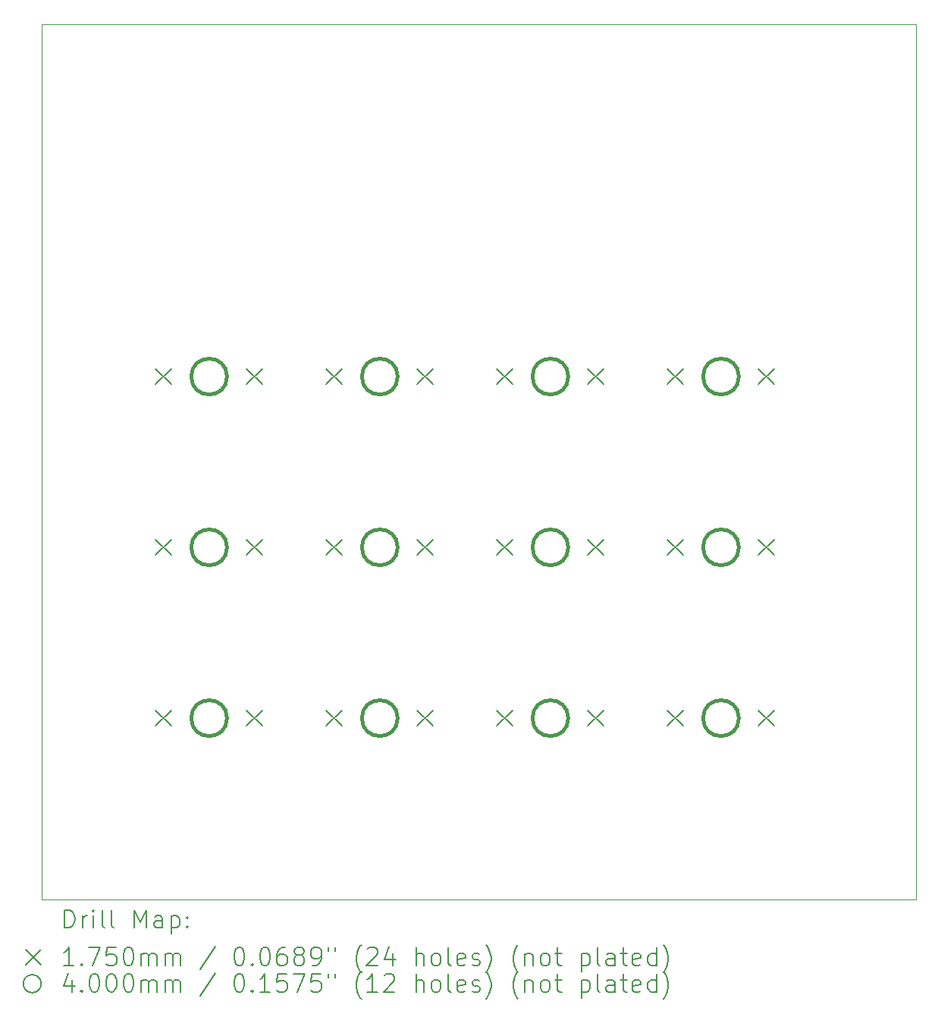
<source format=gbr>
%TF.GenerationSoftware,KiCad,Pcbnew,8.0.5*%
%TF.CreationDate,2024-10-21T21:04:17+03:00*%
%TF.ProjectId,hackpad1,6861636b-7061-4643-912e-6b696361645f,rev?*%
%TF.SameCoordinates,Original*%
%TF.FileFunction,Drillmap*%
%TF.FilePolarity,Positive*%
%FSLAX45Y45*%
G04 Gerber Fmt 4.5, Leading zero omitted, Abs format (unit mm)*
G04 Created by KiCad (PCBNEW 8.0.5) date 2024-10-21 21:04:17*
%MOMM*%
%LPD*%
G01*
G04 APERTURE LIST*
%ADD10C,0.050000*%
%ADD11C,0.200000*%
%ADD12C,0.175000*%
%ADD13C,0.400000*%
G04 APERTURE END LIST*
D10*
X8572500Y-3929062D02*
X18335625Y-3929062D01*
X18335625Y-13692187D01*
X8572500Y-13692187D01*
X8572500Y-3929062D01*
D11*
D12*
X9850250Y-7770625D02*
X10025250Y-7945625D01*
X10025250Y-7770625D02*
X9850250Y-7945625D01*
X9850250Y-9675625D02*
X10025250Y-9850625D01*
X10025250Y-9675625D02*
X9850250Y-9850625D01*
X9850250Y-11580625D02*
X10025250Y-11755625D01*
X10025250Y-11580625D02*
X9850250Y-11755625D01*
X10866250Y-7770625D02*
X11041250Y-7945625D01*
X11041250Y-7770625D02*
X10866250Y-7945625D01*
X10866250Y-9675625D02*
X11041250Y-9850625D01*
X11041250Y-9675625D02*
X10866250Y-9850625D01*
X10866250Y-11580625D02*
X11041250Y-11755625D01*
X11041250Y-11580625D02*
X10866250Y-11755625D01*
X11755250Y-7770625D02*
X11930250Y-7945625D01*
X11930250Y-7770625D02*
X11755250Y-7945625D01*
X11755250Y-9675625D02*
X11930250Y-9850625D01*
X11930250Y-9675625D02*
X11755250Y-9850625D01*
X11755250Y-11580625D02*
X11930250Y-11755625D01*
X11930250Y-11580625D02*
X11755250Y-11755625D01*
X12771250Y-7770625D02*
X12946250Y-7945625D01*
X12946250Y-7770625D02*
X12771250Y-7945625D01*
X12771250Y-9675625D02*
X12946250Y-9850625D01*
X12946250Y-9675625D02*
X12771250Y-9850625D01*
X12771250Y-11580625D02*
X12946250Y-11755625D01*
X12946250Y-11580625D02*
X12771250Y-11755625D01*
X13660250Y-7770625D02*
X13835250Y-7945625D01*
X13835250Y-7770625D02*
X13660250Y-7945625D01*
X13660250Y-9675625D02*
X13835250Y-9850625D01*
X13835250Y-9675625D02*
X13660250Y-9850625D01*
X13660250Y-11580625D02*
X13835250Y-11755625D01*
X13835250Y-11580625D02*
X13660250Y-11755625D01*
X14676250Y-7770625D02*
X14851250Y-7945625D01*
X14851250Y-7770625D02*
X14676250Y-7945625D01*
X14676250Y-9675625D02*
X14851250Y-9850625D01*
X14851250Y-9675625D02*
X14676250Y-9850625D01*
X14676250Y-11580625D02*
X14851250Y-11755625D01*
X14851250Y-11580625D02*
X14676250Y-11755625D01*
X15565250Y-7770625D02*
X15740250Y-7945625D01*
X15740250Y-7770625D02*
X15565250Y-7945625D01*
X15565250Y-9675625D02*
X15740250Y-9850625D01*
X15740250Y-9675625D02*
X15565250Y-9850625D01*
X15565250Y-11580625D02*
X15740250Y-11755625D01*
X15740250Y-11580625D02*
X15565250Y-11755625D01*
X16581250Y-7770625D02*
X16756250Y-7945625D01*
X16756250Y-7770625D02*
X16581250Y-7945625D01*
X16581250Y-9675625D02*
X16756250Y-9850625D01*
X16756250Y-9675625D02*
X16581250Y-9850625D01*
X16581250Y-11580625D02*
X16756250Y-11755625D01*
X16756250Y-11580625D02*
X16581250Y-11755625D01*
D13*
X10645750Y-7858125D02*
G75*
G02*
X10245750Y-7858125I-200000J0D01*
G01*
X10245750Y-7858125D02*
G75*
G02*
X10645750Y-7858125I200000J0D01*
G01*
X10645750Y-9763125D02*
G75*
G02*
X10245750Y-9763125I-200000J0D01*
G01*
X10245750Y-9763125D02*
G75*
G02*
X10645750Y-9763125I200000J0D01*
G01*
X10645750Y-11668125D02*
G75*
G02*
X10245750Y-11668125I-200000J0D01*
G01*
X10245750Y-11668125D02*
G75*
G02*
X10645750Y-11668125I200000J0D01*
G01*
X12550750Y-7858125D02*
G75*
G02*
X12150750Y-7858125I-200000J0D01*
G01*
X12150750Y-7858125D02*
G75*
G02*
X12550750Y-7858125I200000J0D01*
G01*
X12550750Y-9763125D02*
G75*
G02*
X12150750Y-9763125I-200000J0D01*
G01*
X12150750Y-9763125D02*
G75*
G02*
X12550750Y-9763125I200000J0D01*
G01*
X12550750Y-11668125D02*
G75*
G02*
X12150750Y-11668125I-200000J0D01*
G01*
X12150750Y-11668125D02*
G75*
G02*
X12550750Y-11668125I200000J0D01*
G01*
X14455750Y-7858125D02*
G75*
G02*
X14055750Y-7858125I-200000J0D01*
G01*
X14055750Y-7858125D02*
G75*
G02*
X14455750Y-7858125I200000J0D01*
G01*
X14455750Y-9763125D02*
G75*
G02*
X14055750Y-9763125I-200000J0D01*
G01*
X14055750Y-9763125D02*
G75*
G02*
X14455750Y-9763125I200000J0D01*
G01*
X14455750Y-11668125D02*
G75*
G02*
X14055750Y-11668125I-200000J0D01*
G01*
X14055750Y-11668125D02*
G75*
G02*
X14455750Y-11668125I200000J0D01*
G01*
X16360750Y-7858125D02*
G75*
G02*
X15960750Y-7858125I-200000J0D01*
G01*
X15960750Y-7858125D02*
G75*
G02*
X16360750Y-7858125I200000J0D01*
G01*
X16360750Y-9763125D02*
G75*
G02*
X15960750Y-9763125I-200000J0D01*
G01*
X15960750Y-9763125D02*
G75*
G02*
X16360750Y-9763125I200000J0D01*
G01*
X16360750Y-11668125D02*
G75*
G02*
X15960750Y-11668125I-200000J0D01*
G01*
X15960750Y-11668125D02*
G75*
G02*
X16360750Y-11668125I200000J0D01*
G01*
D11*
X8830777Y-14006171D02*
X8830777Y-13806171D01*
X8830777Y-13806171D02*
X8878396Y-13806171D01*
X8878396Y-13806171D02*
X8906967Y-13815695D01*
X8906967Y-13815695D02*
X8926015Y-13834743D01*
X8926015Y-13834743D02*
X8935539Y-13853790D01*
X8935539Y-13853790D02*
X8945063Y-13891885D01*
X8945063Y-13891885D02*
X8945063Y-13920457D01*
X8945063Y-13920457D02*
X8935539Y-13958552D01*
X8935539Y-13958552D02*
X8926015Y-13977600D01*
X8926015Y-13977600D02*
X8906967Y-13996647D01*
X8906967Y-13996647D02*
X8878396Y-14006171D01*
X8878396Y-14006171D02*
X8830777Y-14006171D01*
X9030777Y-14006171D02*
X9030777Y-13872838D01*
X9030777Y-13910933D02*
X9040301Y-13891885D01*
X9040301Y-13891885D02*
X9049824Y-13882362D01*
X9049824Y-13882362D02*
X9068872Y-13872838D01*
X9068872Y-13872838D02*
X9087920Y-13872838D01*
X9154586Y-14006171D02*
X9154586Y-13872838D01*
X9154586Y-13806171D02*
X9145063Y-13815695D01*
X9145063Y-13815695D02*
X9154586Y-13825219D01*
X9154586Y-13825219D02*
X9164110Y-13815695D01*
X9164110Y-13815695D02*
X9154586Y-13806171D01*
X9154586Y-13806171D02*
X9154586Y-13825219D01*
X9278396Y-14006171D02*
X9259348Y-13996647D01*
X9259348Y-13996647D02*
X9249824Y-13977600D01*
X9249824Y-13977600D02*
X9249824Y-13806171D01*
X9383158Y-14006171D02*
X9364110Y-13996647D01*
X9364110Y-13996647D02*
X9354586Y-13977600D01*
X9354586Y-13977600D02*
X9354586Y-13806171D01*
X9611729Y-14006171D02*
X9611729Y-13806171D01*
X9611729Y-13806171D02*
X9678396Y-13949028D01*
X9678396Y-13949028D02*
X9745063Y-13806171D01*
X9745063Y-13806171D02*
X9745063Y-14006171D01*
X9926015Y-14006171D02*
X9926015Y-13901409D01*
X9926015Y-13901409D02*
X9916491Y-13882362D01*
X9916491Y-13882362D02*
X9897444Y-13872838D01*
X9897444Y-13872838D02*
X9859348Y-13872838D01*
X9859348Y-13872838D02*
X9840301Y-13882362D01*
X9926015Y-13996647D02*
X9906967Y-14006171D01*
X9906967Y-14006171D02*
X9859348Y-14006171D01*
X9859348Y-14006171D02*
X9840301Y-13996647D01*
X9840301Y-13996647D02*
X9830777Y-13977600D01*
X9830777Y-13977600D02*
X9830777Y-13958552D01*
X9830777Y-13958552D02*
X9840301Y-13939505D01*
X9840301Y-13939505D02*
X9859348Y-13929981D01*
X9859348Y-13929981D02*
X9906967Y-13929981D01*
X9906967Y-13929981D02*
X9926015Y-13920457D01*
X10021253Y-13872838D02*
X10021253Y-14072838D01*
X10021253Y-13882362D02*
X10040301Y-13872838D01*
X10040301Y-13872838D02*
X10078396Y-13872838D01*
X10078396Y-13872838D02*
X10097444Y-13882362D01*
X10097444Y-13882362D02*
X10106967Y-13891885D01*
X10106967Y-13891885D02*
X10116491Y-13910933D01*
X10116491Y-13910933D02*
X10116491Y-13968076D01*
X10116491Y-13968076D02*
X10106967Y-13987124D01*
X10106967Y-13987124D02*
X10097444Y-13996647D01*
X10097444Y-13996647D02*
X10078396Y-14006171D01*
X10078396Y-14006171D02*
X10040301Y-14006171D01*
X10040301Y-14006171D02*
X10021253Y-13996647D01*
X10202205Y-13987124D02*
X10211729Y-13996647D01*
X10211729Y-13996647D02*
X10202205Y-14006171D01*
X10202205Y-14006171D02*
X10192682Y-13996647D01*
X10192682Y-13996647D02*
X10202205Y-13987124D01*
X10202205Y-13987124D02*
X10202205Y-14006171D01*
X10202205Y-13882362D02*
X10211729Y-13891885D01*
X10211729Y-13891885D02*
X10202205Y-13901409D01*
X10202205Y-13901409D02*
X10192682Y-13891885D01*
X10192682Y-13891885D02*
X10202205Y-13882362D01*
X10202205Y-13882362D02*
X10202205Y-13901409D01*
D12*
X8395000Y-14247187D02*
X8570000Y-14422187D01*
X8570000Y-14247187D02*
X8395000Y-14422187D01*
D11*
X8935539Y-14426171D02*
X8821253Y-14426171D01*
X8878396Y-14426171D02*
X8878396Y-14226171D01*
X8878396Y-14226171D02*
X8859348Y-14254743D01*
X8859348Y-14254743D02*
X8840301Y-14273790D01*
X8840301Y-14273790D02*
X8821253Y-14283314D01*
X9021253Y-14407124D02*
X9030777Y-14416647D01*
X9030777Y-14416647D02*
X9021253Y-14426171D01*
X9021253Y-14426171D02*
X9011729Y-14416647D01*
X9011729Y-14416647D02*
X9021253Y-14407124D01*
X9021253Y-14407124D02*
X9021253Y-14426171D01*
X9097444Y-14226171D02*
X9230777Y-14226171D01*
X9230777Y-14226171D02*
X9145063Y-14426171D01*
X9402205Y-14226171D02*
X9306967Y-14226171D01*
X9306967Y-14226171D02*
X9297444Y-14321409D01*
X9297444Y-14321409D02*
X9306967Y-14311885D01*
X9306967Y-14311885D02*
X9326015Y-14302362D01*
X9326015Y-14302362D02*
X9373634Y-14302362D01*
X9373634Y-14302362D02*
X9392682Y-14311885D01*
X9392682Y-14311885D02*
X9402205Y-14321409D01*
X9402205Y-14321409D02*
X9411729Y-14340457D01*
X9411729Y-14340457D02*
X9411729Y-14388076D01*
X9411729Y-14388076D02*
X9402205Y-14407124D01*
X9402205Y-14407124D02*
X9392682Y-14416647D01*
X9392682Y-14416647D02*
X9373634Y-14426171D01*
X9373634Y-14426171D02*
X9326015Y-14426171D01*
X9326015Y-14426171D02*
X9306967Y-14416647D01*
X9306967Y-14416647D02*
X9297444Y-14407124D01*
X9535539Y-14226171D02*
X9554586Y-14226171D01*
X9554586Y-14226171D02*
X9573634Y-14235695D01*
X9573634Y-14235695D02*
X9583158Y-14245219D01*
X9583158Y-14245219D02*
X9592682Y-14264266D01*
X9592682Y-14264266D02*
X9602205Y-14302362D01*
X9602205Y-14302362D02*
X9602205Y-14349981D01*
X9602205Y-14349981D02*
X9592682Y-14388076D01*
X9592682Y-14388076D02*
X9583158Y-14407124D01*
X9583158Y-14407124D02*
X9573634Y-14416647D01*
X9573634Y-14416647D02*
X9554586Y-14426171D01*
X9554586Y-14426171D02*
X9535539Y-14426171D01*
X9535539Y-14426171D02*
X9516491Y-14416647D01*
X9516491Y-14416647D02*
X9506967Y-14407124D01*
X9506967Y-14407124D02*
X9497444Y-14388076D01*
X9497444Y-14388076D02*
X9487920Y-14349981D01*
X9487920Y-14349981D02*
X9487920Y-14302362D01*
X9487920Y-14302362D02*
X9497444Y-14264266D01*
X9497444Y-14264266D02*
X9506967Y-14245219D01*
X9506967Y-14245219D02*
X9516491Y-14235695D01*
X9516491Y-14235695D02*
X9535539Y-14226171D01*
X9687920Y-14426171D02*
X9687920Y-14292838D01*
X9687920Y-14311885D02*
X9697444Y-14302362D01*
X9697444Y-14302362D02*
X9716491Y-14292838D01*
X9716491Y-14292838D02*
X9745063Y-14292838D01*
X9745063Y-14292838D02*
X9764110Y-14302362D01*
X9764110Y-14302362D02*
X9773634Y-14321409D01*
X9773634Y-14321409D02*
X9773634Y-14426171D01*
X9773634Y-14321409D02*
X9783158Y-14302362D01*
X9783158Y-14302362D02*
X9802205Y-14292838D01*
X9802205Y-14292838D02*
X9830777Y-14292838D01*
X9830777Y-14292838D02*
X9849825Y-14302362D01*
X9849825Y-14302362D02*
X9859348Y-14321409D01*
X9859348Y-14321409D02*
X9859348Y-14426171D01*
X9954586Y-14426171D02*
X9954586Y-14292838D01*
X9954586Y-14311885D02*
X9964110Y-14302362D01*
X9964110Y-14302362D02*
X9983158Y-14292838D01*
X9983158Y-14292838D02*
X10011729Y-14292838D01*
X10011729Y-14292838D02*
X10030777Y-14302362D01*
X10030777Y-14302362D02*
X10040301Y-14321409D01*
X10040301Y-14321409D02*
X10040301Y-14426171D01*
X10040301Y-14321409D02*
X10049825Y-14302362D01*
X10049825Y-14302362D02*
X10068872Y-14292838D01*
X10068872Y-14292838D02*
X10097444Y-14292838D01*
X10097444Y-14292838D02*
X10116491Y-14302362D01*
X10116491Y-14302362D02*
X10126015Y-14321409D01*
X10126015Y-14321409D02*
X10126015Y-14426171D01*
X10516491Y-14216647D02*
X10345063Y-14473790D01*
X10773634Y-14226171D02*
X10792682Y-14226171D01*
X10792682Y-14226171D02*
X10811729Y-14235695D01*
X10811729Y-14235695D02*
X10821253Y-14245219D01*
X10821253Y-14245219D02*
X10830777Y-14264266D01*
X10830777Y-14264266D02*
X10840301Y-14302362D01*
X10840301Y-14302362D02*
X10840301Y-14349981D01*
X10840301Y-14349981D02*
X10830777Y-14388076D01*
X10830777Y-14388076D02*
X10821253Y-14407124D01*
X10821253Y-14407124D02*
X10811729Y-14416647D01*
X10811729Y-14416647D02*
X10792682Y-14426171D01*
X10792682Y-14426171D02*
X10773634Y-14426171D01*
X10773634Y-14426171D02*
X10754587Y-14416647D01*
X10754587Y-14416647D02*
X10745063Y-14407124D01*
X10745063Y-14407124D02*
X10735539Y-14388076D01*
X10735539Y-14388076D02*
X10726015Y-14349981D01*
X10726015Y-14349981D02*
X10726015Y-14302362D01*
X10726015Y-14302362D02*
X10735539Y-14264266D01*
X10735539Y-14264266D02*
X10745063Y-14245219D01*
X10745063Y-14245219D02*
X10754587Y-14235695D01*
X10754587Y-14235695D02*
X10773634Y-14226171D01*
X10926015Y-14407124D02*
X10935539Y-14416647D01*
X10935539Y-14416647D02*
X10926015Y-14426171D01*
X10926015Y-14426171D02*
X10916491Y-14416647D01*
X10916491Y-14416647D02*
X10926015Y-14407124D01*
X10926015Y-14407124D02*
X10926015Y-14426171D01*
X11059348Y-14226171D02*
X11078396Y-14226171D01*
X11078396Y-14226171D02*
X11097444Y-14235695D01*
X11097444Y-14235695D02*
X11106968Y-14245219D01*
X11106968Y-14245219D02*
X11116491Y-14264266D01*
X11116491Y-14264266D02*
X11126015Y-14302362D01*
X11126015Y-14302362D02*
X11126015Y-14349981D01*
X11126015Y-14349981D02*
X11116491Y-14388076D01*
X11116491Y-14388076D02*
X11106968Y-14407124D01*
X11106968Y-14407124D02*
X11097444Y-14416647D01*
X11097444Y-14416647D02*
X11078396Y-14426171D01*
X11078396Y-14426171D02*
X11059348Y-14426171D01*
X11059348Y-14426171D02*
X11040301Y-14416647D01*
X11040301Y-14416647D02*
X11030777Y-14407124D01*
X11030777Y-14407124D02*
X11021253Y-14388076D01*
X11021253Y-14388076D02*
X11011729Y-14349981D01*
X11011729Y-14349981D02*
X11011729Y-14302362D01*
X11011729Y-14302362D02*
X11021253Y-14264266D01*
X11021253Y-14264266D02*
X11030777Y-14245219D01*
X11030777Y-14245219D02*
X11040301Y-14235695D01*
X11040301Y-14235695D02*
X11059348Y-14226171D01*
X11297444Y-14226171D02*
X11259348Y-14226171D01*
X11259348Y-14226171D02*
X11240301Y-14235695D01*
X11240301Y-14235695D02*
X11230777Y-14245219D01*
X11230777Y-14245219D02*
X11211729Y-14273790D01*
X11211729Y-14273790D02*
X11202206Y-14311885D01*
X11202206Y-14311885D02*
X11202206Y-14388076D01*
X11202206Y-14388076D02*
X11211729Y-14407124D01*
X11211729Y-14407124D02*
X11221253Y-14416647D01*
X11221253Y-14416647D02*
X11240301Y-14426171D01*
X11240301Y-14426171D02*
X11278396Y-14426171D01*
X11278396Y-14426171D02*
X11297444Y-14416647D01*
X11297444Y-14416647D02*
X11306967Y-14407124D01*
X11306967Y-14407124D02*
X11316491Y-14388076D01*
X11316491Y-14388076D02*
X11316491Y-14340457D01*
X11316491Y-14340457D02*
X11306967Y-14321409D01*
X11306967Y-14321409D02*
X11297444Y-14311885D01*
X11297444Y-14311885D02*
X11278396Y-14302362D01*
X11278396Y-14302362D02*
X11240301Y-14302362D01*
X11240301Y-14302362D02*
X11221253Y-14311885D01*
X11221253Y-14311885D02*
X11211729Y-14321409D01*
X11211729Y-14321409D02*
X11202206Y-14340457D01*
X11430777Y-14311885D02*
X11411729Y-14302362D01*
X11411729Y-14302362D02*
X11402206Y-14292838D01*
X11402206Y-14292838D02*
X11392682Y-14273790D01*
X11392682Y-14273790D02*
X11392682Y-14264266D01*
X11392682Y-14264266D02*
X11402206Y-14245219D01*
X11402206Y-14245219D02*
X11411729Y-14235695D01*
X11411729Y-14235695D02*
X11430777Y-14226171D01*
X11430777Y-14226171D02*
X11468872Y-14226171D01*
X11468872Y-14226171D02*
X11487920Y-14235695D01*
X11487920Y-14235695D02*
X11497444Y-14245219D01*
X11497444Y-14245219D02*
X11506967Y-14264266D01*
X11506967Y-14264266D02*
X11506967Y-14273790D01*
X11506967Y-14273790D02*
X11497444Y-14292838D01*
X11497444Y-14292838D02*
X11487920Y-14302362D01*
X11487920Y-14302362D02*
X11468872Y-14311885D01*
X11468872Y-14311885D02*
X11430777Y-14311885D01*
X11430777Y-14311885D02*
X11411729Y-14321409D01*
X11411729Y-14321409D02*
X11402206Y-14330933D01*
X11402206Y-14330933D02*
X11392682Y-14349981D01*
X11392682Y-14349981D02*
X11392682Y-14388076D01*
X11392682Y-14388076D02*
X11402206Y-14407124D01*
X11402206Y-14407124D02*
X11411729Y-14416647D01*
X11411729Y-14416647D02*
X11430777Y-14426171D01*
X11430777Y-14426171D02*
X11468872Y-14426171D01*
X11468872Y-14426171D02*
X11487920Y-14416647D01*
X11487920Y-14416647D02*
X11497444Y-14407124D01*
X11497444Y-14407124D02*
X11506967Y-14388076D01*
X11506967Y-14388076D02*
X11506967Y-14349981D01*
X11506967Y-14349981D02*
X11497444Y-14330933D01*
X11497444Y-14330933D02*
X11487920Y-14321409D01*
X11487920Y-14321409D02*
X11468872Y-14311885D01*
X11602206Y-14426171D02*
X11640301Y-14426171D01*
X11640301Y-14426171D02*
X11659348Y-14416647D01*
X11659348Y-14416647D02*
X11668872Y-14407124D01*
X11668872Y-14407124D02*
X11687920Y-14378552D01*
X11687920Y-14378552D02*
X11697444Y-14340457D01*
X11697444Y-14340457D02*
X11697444Y-14264266D01*
X11697444Y-14264266D02*
X11687920Y-14245219D01*
X11687920Y-14245219D02*
X11678396Y-14235695D01*
X11678396Y-14235695D02*
X11659348Y-14226171D01*
X11659348Y-14226171D02*
X11621253Y-14226171D01*
X11621253Y-14226171D02*
X11602206Y-14235695D01*
X11602206Y-14235695D02*
X11592682Y-14245219D01*
X11592682Y-14245219D02*
X11583158Y-14264266D01*
X11583158Y-14264266D02*
X11583158Y-14311885D01*
X11583158Y-14311885D02*
X11592682Y-14330933D01*
X11592682Y-14330933D02*
X11602206Y-14340457D01*
X11602206Y-14340457D02*
X11621253Y-14349981D01*
X11621253Y-14349981D02*
X11659348Y-14349981D01*
X11659348Y-14349981D02*
X11678396Y-14340457D01*
X11678396Y-14340457D02*
X11687920Y-14330933D01*
X11687920Y-14330933D02*
X11697444Y-14311885D01*
X11773634Y-14226171D02*
X11773634Y-14264266D01*
X11849825Y-14226171D02*
X11849825Y-14264266D01*
X12145063Y-14502362D02*
X12135539Y-14492838D01*
X12135539Y-14492838D02*
X12116491Y-14464266D01*
X12116491Y-14464266D02*
X12106968Y-14445219D01*
X12106968Y-14445219D02*
X12097444Y-14416647D01*
X12097444Y-14416647D02*
X12087920Y-14369028D01*
X12087920Y-14369028D02*
X12087920Y-14330933D01*
X12087920Y-14330933D02*
X12097444Y-14283314D01*
X12097444Y-14283314D02*
X12106968Y-14254743D01*
X12106968Y-14254743D02*
X12116491Y-14235695D01*
X12116491Y-14235695D02*
X12135539Y-14207124D01*
X12135539Y-14207124D02*
X12145063Y-14197600D01*
X12211729Y-14245219D02*
X12221253Y-14235695D01*
X12221253Y-14235695D02*
X12240301Y-14226171D01*
X12240301Y-14226171D02*
X12287920Y-14226171D01*
X12287920Y-14226171D02*
X12306968Y-14235695D01*
X12306968Y-14235695D02*
X12316491Y-14245219D01*
X12316491Y-14245219D02*
X12326015Y-14264266D01*
X12326015Y-14264266D02*
X12326015Y-14283314D01*
X12326015Y-14283314D02*
X12316491Y-14311885D01*
X12316491Y-14311885D02*
X12202206Y-14426171D01*
X12202206Y-14426171D02*
X12326015Y-14426171D01*
X12497444Y-14292838D02*
X12497444Y-14426171D01*
X12449825Y-14216647D02*
X12402206Y-14359505D01*
X12402206Y-14359505D02*
X12526015Y-14359505D01*
X12754587Y-14426171D02*
X12754587Y-14226171D01*
X12840301Y-14426171D02*
X12840301Y-14321409D01*
X12840301Y-14321409D02*
X12830777Y-14302362D01*
X12830777Y-14302362D02*
X12811730Y-14292838D01*
X12811730Y-14292838D02*
X12783158Y-14292838D01*
X12783158Y-14292838D02*
X12764110Y-14302362D01*
X12764110Y-14302362D02*
X12754587Y-14311885D01*
X12964110Y-14426171D02*
X12945063Y-14416647D01*
X12945063Y-14416647D02*
X12935539Y-14407124D01*
X12935539Y-14407124D02*
X12926015Y-14388076D01*
X12926015Y-14388076D02*
X12926015Y-14330933D01*
X12926015Y-14330933D02*
X12935539Y-14311885D01*
X12935539Y-14311885D02*
X12945063Y-14302362D01*
X12945063Y-14302362D02*
X12964110Y-14292838D01*
X12964110Y-14292838D02*
X12992682Y-14292838D01*
X12992682Y-14292838D02*
X13011730Y-14302362D01*
X13011730Y-14302362D02*
X13021253Y-14311885D01*
X13021253Y-14311885D02*
X13030777Y-14330933D01*
X13030777Y-14330933D02*
X13030777Y-14388076D01*
X13030777Y-14388076D02*
X13021253Y-14407124D01*
X13021253Y-14407124D02*
X13011730Y-14416647D01*
X13011730Y-14416647D02*
X12992682Y-14426171D01*
X12992682Y-14426171D02*
X12964110Y-14426171D01*
X13145063Y-14426171D02*
X13126015Y-14416647D01*
X13126015Y-14416647D02*
X13116491Y-14397600D01*
X13116491Y-14397600D02*
X13116491Y-14226171D01*
X13297444Y-14416647D02*
X13278396Y-14426171D01*
X13278396Y-14426171D02*
X13240301Y-14426171D01*
X13240301Y-14426171D02*
X13221253Y-14416647D01*
X13221253Y-14416647D02*
X13211730Y-14397600D01*
X13211730Y-14397600D02*
X13211730Y-14321409D01*
X13211730Y-14321409D02*
X13221253Y-14302362D01*
X13221253Y-14302362D02*
X13240301Y-14292838D01*
X13240301Y-14292838D02*
X13278396Y-14292838D01*
X13278396Y-14292838D02*
X13297444Y-14302362D01*
X13297444Y-14302362D02*
X13306968Y-14321409D01*
X13306968Y-14321409D02*
X13306968Y-14340457D01*
X13306968Y-14340457D02*
X13211730Y-14359505D01*
X13383158Y-14416647D02*
X13402206Y-14426171D01*
X13402206Y-14426171D02*
X13440301Y-14426171D01*
X13440301Y-14426171D02*
X13459349Y-14416647D01*
X13459349Y-14416647D02*
X13468872Y-14397600D01*
X13468872Y-14397600D02*
X13468872Y-14388076D01*
X13468872Y-14388076D02*
X13459349Y-14369028D01*
X13459349Y-14369028D02*
X13440301Y-14359505D01*
X13440301Y-14359505D02*
X13411730Y-14359505D01*
X13411730Y-14359505D02*
X13392682Y-14349981D01*
X13392682Y-14349981D02*
X13383158Y-14330933D01*
X13383158Y-14330933D02*
X13383158Y-14321409D01*
X13383158Y-14321409D02*
X13392682Y-14302362D01*
X13392682Y-14302362D02*
X13411730Y-14292838D01*
X13411730Y-14292838D02*
X13440301Y-14292838D01*
X13440301Y-14292838D02*
X13459349Y-14302362D01*
X13535539Y-14502362D02*
X13545063Y-14492838D01*
X13545063Y-14492838D02*
X13564111Y-14464266D01*
X13564111Y-14464266D02*
X13573634Y-14445219D01*
X13573634Y-14445219D02*
X13583158Y-14416647D01*
X13583158Y-14416647D02*
X13592682Y-14369028D01*
X13592682Y-14369028D02*
X13592682Y-14330933D01*
X13592682Y-14330933D02*
X13583158Y-14283314D01*
X13583158Y-14283314D02*
X13573634Y-14254743D01*
X13573634Y-14254743D02*
X13564111Y-14235695D01*
X13564111Y-14235695D02*
X13545063Y-14207124D01*
X13545063Y-14207124D02*
X13535539Y-14197600D01*
X13897444Y-14502362D02*
X13887920Y-14492838D01*
X13887920Y-14492838D02*
X13868872Y-14464266D01*
X13868872Y-14464266D02*
X13859349Y-14445219D01*
X13859349Y-14445219D02*
X13849825Y-14416647D01*
X13849825Y-14416647D02*
X13840301Y-14369028D01*
X13840301Y-14369028D02*
X13840301Y-14330933D01*
X13840301Y-14330933D02*
X13849825Y-14283314D01*
X13849825Y-14283314D02*
X13859349Y-14254743D01*
X13859349Y-14254743D02*
X13868872Y-14235695D01*
X13868872Y-14235695D02*
X13887920Y-14207124D01*
X13887920Y-14207124D02*
X13897444Y-14197600D01*
X13973634Y-14292838D02*
X13973634Y-14426171D01*
X13973634Y-14311885D02*
X13983158Y-14302362D01*
X13983158Y-14302362D02*
X14002206Y-14292838D01*
X14002206Y-14292838D02*
X14030777Y-14292838D01*
X14030777Y-14292838D02*
X14049825Y-14302362D01*
X14049825Y-14302362D02*
X14059349Y-14321409D01*
X14059349Y-14321409D02*
X14059349Y-14426171D01*
X14183158Y-14426171D02*
X14164111Y-14416647D01*
X14164111Y-14416647D02*
X14154587Y-14407124D01*
X14154587Y-14407124D02*
X14145063Y-14388076D01*
X14145063Y-14388076D02*
X14145063Y-14330933D01*
X14145063Y-14330933D02*
X14154587Y-14311885D01*
X14154587Y-14311885D02*
X14164111Y-14302362D01*
X14164111Y-14302362D02*
X14183158Y-14292838D01*
X14183158Y-14292838D02*
X14211730Y-14292838D01*
X14211730Y-14292838D02*
X14230777Y-14302362D01*
X14230777Y-14302362D02*
X14240301Y-14311885D01*
X14240301Y-14311885D02*
X14249825Y-14330933D01*
X14249825Y-14330933D02*
X14249825Y-14388076D01*
X14249825Y-14388076D02*
X14240301Y-14407124D01*
X14240301Y-14407124D02*
X14230777Y-14416647D01*
X14230777Y-14416647D02*
X14211730Y-14426171D01*
X14211730Y-14426171D02*
X14183158Y-14426171D01*
X14306968Y-14292838D02*
X14383158Y-14292838D01*
X14335539Y-14226171D02*
X14335539Y-14397600D01*
X14335539Y-14397600D02*
X14345063Y-14416647D01*
X14345063Y-14416647D02*
X14364111Y-14426171D01*
X14364111Y-14426171D02*
X14383158Y-14426171D01*
X14602206Y-14292838D02*
X14602206Y-14492838D01*
X14602206Y-14302362D02*
X14621253Y-14292838D01*
X14621253Y-14292838D02*
X14659349Y-14292838D01*
X14659349Y-14292838D02*
X14678396Y-14302362D01*
X14678396Y-14302362D02*
X14687920Y-14311885D01*
X14687920Y-14311885D02*
X14697444Y-14330933D01*
X14697444Y-14330933D02*
X14697444Y-14388076D01*
X14697444Y-14388076D02*
X14687920Y-14407124D01*
X14687920Y-14407124D02*
X14678396Y-14416647D01*
X14678396Y-14416647D02*
X14659349Y-14426171D01*
X14659349Y-14426171D02*
X14621253Y-14426171D01*
X14621253Y-14426171D02*
X14602206Y-14416647D01*
X14811730Y-14426171D02*
X14792682Y-14416647D01*
X14792682Y-14416647D02*
X14783158Y-14397600D01*
X14783158Y-14397600D02*
X14783158Y-14226171D01*
X14973634Y-14426171D02*
X14973634Y-14321409D01*
X14973634Y-14321409D02*
X14964111Y-14302362D01*
X14964111Y-14302362D02*
X14945063Y-14292838D01*
X14945063Y-14292838D02*
X14906968Y-14292838D01*
X14906968Y-14292838D02*
X14887920Y-14302362D01*
X14973634Y-14416647D02*
X14954587Y-14426171D01*
X14954587Y-14426171D02*
X14906968Y-14426171D01*
X14906968Y-14426171D02*
X14887920Y-14416647D01*
X14887920Y-14416647D02*
X14878396Y-14397600D01*
X14878396Y-14397600D02*
X14878396Y-14378552D01*
X14878396Y-14378552D02*
X14887920Y-14359505D01*
X14887920Y-14359505D02*
X14906968Y-14349981D01*
X14906968Y-14349981D02*
X14954587Y-14349981D01*
X14954587Y-14349981D02*
X14973634Y-14340457D01*
X15040301Y-14292838D02*
X15116492Y-14292838D01*
X15068873Y-14226171D02*
X15068873Y-14397600D01*
X15068873Y-14397600D02*
X15078396Y-14416647D01*
X15078396Y-14416647D02*
X15097444Y-14426171D01*
X15097444Y-14426171D02*
X15116492Y-14426171D01*
X15259349Y-14416647D02*
X15240301Y-14426171D01*
X15240301Y-14426171D02*
X15202206Y-14426171D01*
X15202206Y-14426171D02*
X15183158Y-14416647D01*
X15183158Y-14416647D02*
X15173634Y-14397600D01*
X15173634Y-14397600D02*
X15173634Y-14321409D01*
X15173634Y-14321409D02*
X15183158Y-14302362D01*
X15183158Y-14302362D02*
X15202206Y-14292838D01*
X15202206Y-14292838D02*
X15240301Y-14292838D01*
X15240301Y-14292838D02*
X15259349Y-14302362D01*
X15259349Y-14302362D02*
X15268873Y-14321409D01*
X15268873Y-14321409D02*
X15268873Y-14340457D01*
X15268873Y-14340457D02*
X15173634Y-14359505D01*
X15440301Y-14426171D02*
X15440301Y-14226171D01*
X15440301Y-14416647D02*
X15421254Y-14426171D01*
X15421254Y-14426171D02*
X15383158Y-14426171D01*
X15383158Y-14426171D02*
X15364111Y-14416647D01*
X15364111Y-14416647D02*
X15354587Y-14407124D01*
X15354587Y-14407124D02*
X15345063Y-14388076D01*
X15345063Y-14388076D02*
X15345063Y-14330933D01*
X15345063Y-14330933D02*
X15354587Y-14311885D01*
X15354587Y-14311885D02*
X15364111Y-14302362D01*
X15364111Y-14302362D02*
X15383158Y-14292838D01*
X15383158Y-14292838D02*
X15421254Y-14292838D01*
X15421254Y-14292838D02*
X15440301Y-14302362D01*
X15516492Y-14502362D02*
X15526015Y-14492838D01*
X15526015Y-14492838D02*
X15545063Y-14464266D01*
X15545063Y-14464266D02*
X15554587Y-14445219D01*
X15554587Y-14445219D02*
X15564111Y-14416647D01*
X15564111Y-14416647D02*
X15573634Y-14369028D01*
X15573634Y-14369028D02*
X15573634Y-14330933D01*
X15573634Y-14330933D02*
X15564111Y-14283314D01*
X15564111Y-14283314D02*
X15554587Y-14254743D01*
X15554587Y-14254743D02*
X15545063Y-14235695D01*
X15545063Y-14235695D02*
X15526015Y-14207124D01*
X15526015Y-14207124D02*
X15516492Y-14197600D01*
X8570000Y-14629687D02*
G75*
G02*
X8370000Y-14629687I-100000J0D01*
G01*
X8370000Y-14629687D02*
G75*
G02*
X8570000Y-14629687I100000J0D01*
G01*
X8916491Y-14587838D02*
X8916491Y-14721171D01*
X8868872Y-14511647D02*
X8821253Y-14654505D01*
X8821253Y-14654505D02*
X8945063Y-14654505D01*
X9021253Y-14702124D02*
X9030777Y-14711647D01*
X9030777Y-14711647D02*
X9021253Y-14721171D01*
X9021253Y-14721171D02*
X9011729Y-14711647D01*
X9011729Y-14711647D02*
X9021253Y-14702124D01*
X9021253Y-14702124D02*
X9021253Y-14721171D01*
X9154586Y-14521171D02*
X9173634Y-14521171D01*
X9173634Y-14521171D02*
X9192682Y-14530695D01*
X9192682Y-14530695D02*
X9202205Y-14540219D01*
X9202205Y-14540219D02*
X9211729Y-14559266D01*
X9211729Y-14559266D02*
X9221253Y-14597362D01*
X9221253Y-14597362D02*
X9221253Y-14644981D01*
X9221253Y-14644981D02*
X9211729Y-14683076D01*
X9211729Y-14683076D02*
X9202205Y-14702124D01*
X9202205Y-14702124D02*
X9192682Y-14711647D01*
X9192682Y-14711647D02*
X9173634Y-14721171D01*
X9173634Y-14721171D02*
X9154586Y-14721171D01*
X9154586Y-14721171D02*
X9135539Y-14711647D01*
X9135539Y-14711647D02*
X9126015Y-14702124D01*
X9126015Y-14702124D02*
X9116491Y-14683076D01*
X9116491Y-14683076D02*
X9106967Y-14644981D01*
X9106967Y-14644981D02*
X9106967Y-14597362D01*
X9106967Y-14597362D02*
X9116491Y-14559266D01*
X9116491Y-14559266D02*
X9126015Y-14540219D01*
X9126015Y-14540219D02*
X9135539Y-14530695D01*
X9135539Y-14530695D02*
X9154586Y-14521171D01*
X9345063Y-14521171D02*
X9364110Y-14521171D01*
X9364110Y-14521171D02*
X9383158Y-14530695D01*
X9383158Y-14530695D02*
X9392682Y-14540219D01*
X9392682Y-14540219D02*
X9402205Y-14559266D01*
X9402205Y-14559266D02*
X9411729Y-14597362D01*
X9411729Y-14597362D02*
X9411729Y-14644981D01*
X9411729Y-14644981D02*
X9402205Y-14683076D01*
X9402205Y-14683076D02*
X9392682Y-14702124D01*
X9392682Y-14702124D02*
X9383158Y-14711647D01*
X9383158Y-14711647D02*
X9364110Y-14721171D01*
X9364110Y-14721171D02*
X9345063Y-14721171D01*
X9345063Y-14721171D02*
X9326015Y-14711647D01*
X9326015Y-14711647D02*
X9316491Y-14702124D01*
X9316491Y-14702124D02*
X9306967Y-14683076D01*
X9306967Y-14683076D02*
X9297444Y-14644981D01*
X9297444Y-14644981D02*
X9297444Y-14597362D01*
X9297444Y-14597362D02*
X9306967Y-14559266D01*
X9306967Y-14559266D02*
X9316491Y-14540219D01*
X9316491Y-14540219D02*
X9326015Y-14530695D01*
X9326015Y-14530695D02*
X9345063Y-14521171D01*
X9535539Y-14521171D02*
X9554586Y-14521171D01*
X9554586Y-14521171D02*
X9573634Y-14530695D01*
X9573634Y-14530695D02*
X9583158Y-14540219D01*
X9583158Y-14540219D02*
X9592682Y-14559266D01*
X9592682Y-14559266D02*
X9602205Y-14597362D01*
X9602205Y-14597362D02*
X9602205Y-14644981D01*
X9602205Y-14644981D02*
X9592682Y-14683076D01*
X9592682Y-14683076D02*
X9583158Y-14702124D01*
X9583158Y-14702124D02*
X9573634Y-14711647D01*
X9573634Y-14711647D02*
X9554586Y-14721171D01*
X9554586Y-14721171D02*
X9535539Y-14721171D01*
X9535539Y-14721171D02*
X9516491Y-14711647D01*
X9516491Y-14711647D02*
X9506967Y-14702124D01*
X9506967Y-14702124D02*
X9497444Y-14683076D01*
X9497444Y-14683076D02*
X9487920Y-14644981D01*
X9487920Y-14644981D02*
X9487920Y-14597362D01*
X9487920Y-14597362D02*
X9497444Y-14559266D01*
X9497444Y-14559266D02*
X9506967Y-14540219D01*
X9506967Y-14540219D02*
X9516491Y-14530695D01*
X9516491Y-14530695D02*
X9535539Y-14521171D01*
X9687920Y-14721171D02*
X9687920Y-14587838D01*
X9687920Y-14606885D02*
X9697444Y-14597362D01*
X9697444Y-14597362D02*
X9716491Y-14587838D01*
X9716491Y-14587838D02*
X9745063Y-14587838D01*
X9745063Y-14587838D02*
X9764110Y-14597362D01*
X9764110Y-14597362D02*
X9773634Y-14616409D01*
X9773634Y-14616409D02*
X9773634Y-14721171D01*
X9773634Y-14616409D02*
X9783158Y-14597362D01*
X9783158Y-14597362D02*
X9802205Y-14587838D01*
X9802205Y-14587838D02*
X9830777Y-14587838D01*
X9830777Y-14587838D02*
X9849825Y-14597362D01*
X9849825Y-14597362D02*
X9859348Y-14616409D01*
X9859348Y-14616409D02*
X9859348Y-14721171D01*
X9954586Y-14721171D02*
X9954586Y-14587838D01*
X9954586Y-14606885D02*
X9964110Y-14597362D01*
X9964110Y-14597362D02*
X9983158Y-14587838D01*
X9983158Y-14587838D02*
X10011729Y-14587838D01*
X10011729Y-14587838D02*
X10030777Y-14597362D01*
X10030777Y-14597362D02*
X10040301Y-14616409D01*
X10040301Y-14616409D02*
X10040301Y-14721171D01*
X10040301Y-14616409D02*
X10049825Y-14597362D01*
X10049825Y-14597362D02*
X10068872Y-14587838D01*
X10068872Y-14587838D02*
X10097444Y-14587838D01*
X10097444Y-14587838D02*
X10116491Y-14597362D01*
X10116491Y-14597362D02*
X10126015Y-14616409D01*
X10126015Y-14616409D02*
X10126015Y-14721171D01*
X10516491Y-14511647D02*
X10345063Y-14768790D01*
X10773634Y-14521171D02*
X10792682Y-14521171D01*
X10792682Y-14521171D02*
X10811729Y-14530695D01*
X10811729Y-14530695D02*
X10821253Y-14540219D01*
X10821253Y-14540219D02*
X10830777Y-14559266D01*
X10830777Y-14559266D02*
X10840301Y-14597362D01*
X10840301Y-14597362D02*
X10840301Y-14644981D01*
X10840301Y-14644981D02*
X10830777Y-14683076D01*
X10830777Y-14683076D02*
X10821253Y-14702124D01*
X10821253Y-14702124D02*
X10811729Y-14711647D01*
X10811729Y-14711647D02*
X10792682Y-14721171D01*
X10792682Y-14721171D02*
X10773634Y-14721171D01*
X10773634Y-14721171D02*
X10754587Y-14711647D01*
X10754587Y-14711647D02*
X10745063Y-14702124D01*
X10745063Y-14702124D02*
X10735539Y-14683076D01*
X10735539Y-14683076D02*
X10726015Y-14644981D01*
X10726015Y-14644981D02*
X10726015Y-14597362D01*
X10726015Y-14597362D02*
X10735539Y-14559266D01*
X10735539Y-14559266D02*
X10745063Y-14540219D01*
X10745063Y-14540219D02*
X10754587Y-14530695D01*
X10754587Y-14530695D02*
X10773634Y-14521171D01*
X10926015Y-14702124D02*
X10935539Y-14711647D01*
X10935539Y-14711647D02*
X10926015Y-14721171D01*
X10926015Y-14721171D02*
X10916491Y-14711647D01*
X10916491Y-14711647D02*
X10926015Y-14702124D01*
X10926015Y-14702124D02*
X10926015Y-14721171D01*
X11126015Y-14721171D02*
X11011729Y-14721171D01*
X11068872Y-14721171D02*
X11068872Y-14521171D01*
X11068872Y-14521171D02*
X11049825Y-14549743D01*
X11049825Y-14549743D02*
X11030777Y-14568790D01*
X11030777Y-14568790D02*
X11011729Y-14578314D01*
X11306967Y-14521171D02*
X11211729Y-14521171D01*
X11211729Y-14521171D02*
X11202206Y-14616409D01*
X11202206Y-14616409D02*
X11211729Y-14606885D01*
X11211729Y-14606885D02*
X11230777Y-14597362D01*
X11230777Y-14597362D02*
X11278396Y-14597362D01*
X11278396Y-14597362D02*
X11297444Y-14606885D01*
X11297444Y-14606885D02*
X11306967Y-14616409D01*
X11306967Y-14616409D02*
X11316491Y-14635457D01*
X11316491Y-14635457D02*
X11316491Y-14683076D01*
X11316491Y-14683076D02*
X11306967Y-14702124D01*
X11306967Y-14702124D02*
X11297444Y-14711647D01*
X11297444Y-14711647D02*
X11278396Y-14721171D01*
X11278396Y-14721171D02*
X11230777Y-14721171D01*
X11230777Y-14721171D02*
X11211729Y-14711647D01*
X11211729Y-14711647D02*
X11202206Y-14702124D01*
X11383158Y-14521171D02*
X11516491Y-14521171D01*
X11516491Y-14521171D02*
X11430777Y-14721171D01*
X11687920Y-14521171D02*
X11592682Y-14521171D01*
X11592682Y-14521171D02*
X11583158Y-14616409D01*
X11583158Y-14616409D02*
X11592682Y-14606885D01*
X11592682Y-14606885D02*
X11611729Y-14597362D01*
X11611729Y-14597362D02*
X11659348Y-14597362D01*
X11659348Y-14597362D02*
X11678396Y-14606885D01*
X11678396Y-14606885D02*
X11687920Y-14616409D01*
X11687920Y-14616409D02*
X11697444Y-14635457D01*
X11697444Y-14635457D02*
X11697444Y-14683076D01*
X11697444Y-14683076D02*
X11687920Y-14702124D01*
X11687920Y-14702124D02*
X11678396Y-14711647D01*
X11678396Y-14711647D02*
X11659348Y-14721171D01*
X11659348Y-14721171D02*
X11611729Y-14721171D01*
X11611729Y-14721171D02*
X11592682Y-14711647D01*
X11592682Y-14711647D02*
X11583158Y-14702124D01*
X11773634Y-14521171D02*
X11773634Y-14559266D01*
X11849825Y-14521171D02*
X11849825Y-14559266D01*
X12145063Y-14797362D02*
X12135539Y-14787838D01*
X12135539Y-14787838D02*
X12116491Y-14759266D01*
X12116491Y-14759266D02*
X12106968Y-14740219D01*
X12106968Y-14740219D02*
X12097444Y-14711647D01*
X12097444Y-14711647D02*
X12087920Y-14664028D01*
X12087920Y-14664028D02*
X12087920Y-14625933D01*
X12087920Y-14625933D02*
X12097444Y-14578314D01*
X12097444Y-14578314D02*
X12106968Y-14549743D01*
X12106968Y-14549743D02*
X12116491Y-14530695D01*
X12116491Y-14530695D02*
X12135539Y-14502124D01*
X12135539Y-14502124D02*
X12145063Y-14492600D01*
X12326015Y-14721171D02*
X12211729Y-14721171D01*
X12268872Y-14721171D02*
X12268872Y-14521171D01*
X12268872Y-14521171D02*
X12249825Y-14549743D01*
X12249825Y-14549743D02*
X12230777Y-14568790D01*
X12230777Y-14568790D02*
X12211729Y-14578314D01*
X12402206Y-14540219D02*
X12411729Y-14530695D01*
X12411729Y-14530695D02*
X12430777Y-14521171D01*
X12430777Y-14521171D02*
X12478396Y-14521171D01*
X12478396Y-14521171D02*
X12497444Y-14530695D01*
X12497444Y-14530695D02*
X12506968Y-14540219D01*
X12506968Y-14540219D02*
X12516491Y-14559266D01*
X12516491Y-14559266D02*
X12516491Y-14578314D01*
X12516491Y-14578314D02*
X12506968Y-14606885D01*
X12506968Y-14606885D02*
X12392682Y-14721171D01*
X12392682Y-14721171D02*
X12516491Y-14721171D01*
X12754587Y-14721171D02*
X12754587Y-14521171D01*
X12840301Y-14721171D02*
X12840301Y-14616409D01*
X12840301Y-14616409D02*
X12830777Y-14597362D01*
X12830777Y-14597362D02*
X12811730Y-14587838D01*
X12811730Y-14587838D02*
X12783158Y-14587838D01*
X12783158Y-14587838D02*
X12764110Y-14597362D01*
X12764110Y-14597362D02*
X12754587Y-14606885D01*
X12964110Y-14721171D02*
X12945063Y-14711647D01*
X12945063Y-14711647D02*
X12935539Y-14702124D01*
X12935539Y-14702124D02*
X12926015Y-14683076D01*
X12926015Y-14683076D02*
X12926015Y-14625933D01*
X12926015Y-14625933D02*
X12935539Y-14606885D01*
X12935539Y-14606885D02*
X12945063Y-14597362D01*
X12945063Y-14597362D02*
X12964110Y-14587838D01*
X12964110Y-14587838D02*
X12992682Y-14587838D01*
X12992682Y-14587838D02*
X13011730Y-14597362D01*
X13011730Y-14597362D02*
X13021253Y-14606885D01*
X13021253Y-14606885D02*
X13030777Y-14625933D01*
X13030777Y-14625933D02*
X13030777Y-14683076D01*
X13030777Y-14683076D02*
X13021253Y-14702124D01*
X13021253Y-14702124D02*
X13011730Y-14711647D01*
X13011730Y-14711647D02*
X12992682Y-14721171D01*
X12992682Y-14721171D02*
X12964110Y-14721171D01*
X13145063Y-14721171D02*
X13126015Y-14711647D01*
X13126015Y-14711647D02*
X13116491Y-14692600D01*
X13116491Y-14692600D02*
X13116491Y-14521171D01*
X13297444Y-14711647D02*
X13278396Y-14721171D01*
X13278396Y-14721171D02*
X13240301Y-14721171D01*
X13240301Y-14721171D02*
X13221253Y-14711647D01*
X13221253Y-14711647D02*
X13211730Y-14692600D01*
X13211730Y-14692600D02*
X13211730Y-14616409D01*
X13211730Y-14616409D02*
X13221253Y-14597362D01*
X13221253Y-14597362D02*
X13240301Y-14587838D01*
X13240301Y-14587838D02*
X13278396Y-14587838D01*
X13278396Y-14587838D02*
X13297444Y-14597362D01*
X13297444Y-14597362D02*
X13306968Y-14616409D01*
X13306968Y-14616409D02*
X13306968Y-14635457D01*
X13306968Y-14635457D02*
X13211730Y-14654505D01*
X13383158Y-14711647D02*
X13402206Y-14721171D01*
X13402206Y-14721171D02*
X13440301Y-14721171D01*
X13440301Y-14721171D02*
X13459349Y-14711647D01*
X13459349Y-14711647D02*
X13468872Y-14692600D01*
X13468872Y-14692600D02*
X13468872Y-14683076D01*
X13468872Y-14683076D02*
X13459349Y-14664028D01*
X13459349Y-14664028D02*
X13440301Y-14654505D01*
X13440301Y-14654505D02*
X13411730Y-14654505D01*
X13411730Y-14654505D02*
X13392682Y-14644981D01*
X13392682Y-14644981D02*
X13383158Y-14625933D01*
X13383158Y-14625933D02*
X13383158Y-14616409D01*
X13383158Y-14616409D02*
X13392682Y-14597362D01*
X13392682Y-14597362D02*
X13411730Y-14587838D01*
X13411730Y-14587838D02*
X13440301Y-14587838D01*
X13440301Y-14587838D02*
X13459349Y-14597362D01*
X13535539Y-14797362D02*
X13545063Y-14787838D01*
X13545063Y-14787838D02*
X13564111Y-14759266D01*
X13564111Y-14759266D02*
X13573634Y-14740219D01*
X13573634Y-14740219D02*
X13583158Y-14711647D01*
X13583158Y-14711647D02*
X13592682Y-14664028D01*
X13592682Y-14664028D02*
X13592682Y-14625933D01*
X13592682Y-14625933D02*
X13583158Y-14578314D01*
X13583158Y-14578314D02*
X13573634Y-14549743D01*
X13573634Y-14549743D02*
X13564111Y-14530695D01*
X13564111Y-14530695D02*
X13545063Y-14502124D01*
X13545063Y-14502124D02*
X13535539Y-14492600D01*
X13897444Y-14797362D02*
X13887920Y-14787838D01*
X13887920Y-14787838D02*
X13868872Y-14759266D01*
X13868872Y-14759266D02*
X13859349Y-14740219D01*
X13859349Y-14740219D02*
X13849825Y-14711647D01*
X13849825Y-14711647D02*
X13840301Y-14664028D01*
X13840301Y-14664028D02*
X13840301Y-14625933D01*
X13840301Y-14625933D02*
X13849825Y-14578314D01*
X13849825Y-14578314D02*
X13859349Y-14549743D01*
X13859349Y-14549743D02*
X13868872Y-14530695D01*
X13868872Y-14530695D02*
X13887920Y-14502124D01*
X13887920Y-14502124D02*
X13897444Y-14492600D01*
X13973634Y-14587838D02*
X13973634Y-14721171D01*
X13973634Y-14606885D02*
X13983158Y-14597362D01*
X13983158Y-14597362D02*
X14002206Y-14587838D01*
X14002206Y-14587838D02*
X14030777Y-14587838D01*
X14030777Y-14587838D02*
X14049825Y-14597362D01*
X14049825Y-14597362D02*
X14059349Y-14616409D01*
X14059349Y-14616409D02*
X14059349Y-14721171D01*
X14183158Y-14721171D02*
X14164111Y-14711647D01*
X14164111Y-14711647D02*
X14154587Y-14702124D01*
X14154587Y-14702124D02*
X14145063Y-14683076D01*
X14145063Y-14683076D02*
X14145063Y-14625933D01*
X14145063Y-14625933D02*
X14154587Y-14606885D01*
X14154587Y-14606885D02*
X14164111Y-14597362D01*
X14164111Y-14597362D02*
X14183158Y-14587838D01*
X14183158Y-14587838D02*
X14211730Y-14587838D01*
X14211730Y-14587838D02*
X14230777Y-14597362D01*
X14230777Y-14597362D02*
X14240301Y-14606885D01*
X14240301Y-14606885D02*
X14249825Y-14625933D01*
X14249825Y-14625933D02*
X14249825Y-14683076D01*
X14249825Y-14683076D02*
X14240301Y-14702124D01*
X14240301Y-14702124D02*
X14230777Y-14711647D01*
X14230777Y-14711647D02*
X14211730Y-14721171D01*
X14211730Y-14721171D02*
X14183158Y-14721171D01*
X14306968Y-14587838D02*
X14383158Y-14587838D01*
X14335539Y-14521171D02*
X14335539Y-14692600D01*
X14335539Y-14692600D02*
X14345063Y-14711647D01*
X14345063Y-14711647D02*
X14364111Y-14721171D01*
X14364111Y-14721171D02*
X14383158Y-14721171D01*
X14602206Y-14587838D02*
X14602206Y-14787838D01*
X14602206Y-14597362D02*
X14621253Y-14587838D01*
X14621253Y-14587838D02*
X14659349Y-14587838D01*
X14659349Y-14587838D02*
X14678396Y-14597362D01*
X14678396Y-14597362D02*
X14687920Y-14606885D01*
X14687920Y-14606885D02*
X14697444Y-14625933D01*
X14697444Y-14625933D02*
X14697444Y-14683076D01*
X14697444Y-14683076D02*
X14687920Y-14702124D01*
X14687920Y-14702124D02*
X14678396Y-14711647D01*
X14678396Y-14711647D02*
X14659349Y-14721171D01*
X14659349Y-14721171D02*
X14621253Y-14721171D01*
X14621253Y-14721171D02*
X14602206Y-14711647D01*
X14811730Y-14721171D02*
X14792682Y-14711647D01*
X14792682Y-14711647D02*
X14783158Y-14692600D01*
X14783158Y-14692600D02*
X14783158Y-14521171D01*
X14973634Y-14721171D02*
X14973634Y-14616409D01*
X14973634Y-14616409D02*
X14964111Y-14597362D01*
X14964111Y-14597362D02*
X14945063Y-14587838D01*
X14945063Y-14587838D02*
X14906968Y-14587838D01*
X14906968Y-14587838D02*
X14887920Y-14597362D01*
X14973634Y-14711647D02*
X14954587Y-14721171D01*
X14954587Y-14721171D02*
X14906968Y-14721171D01*
X14906968Y-14721171D02*
X14887920Y-14711647D01*
X14887920Y-14711647D02*
X14878396Y-14692600D01*
X14878396Y-14692600D02*
X14878396Y-14673552D01*
X14878396Y-14673552D02*
X14887920Y-14654505D01*
X14887920Y-14654505D02*
X14906968Y-14644981D01*
X14906968Y-14644981D02*
X14954587Y-14644981D01*
X14954587Y-14644981D02*
X14973634Y-14635457D01*
X15040301Y-14587838D02*
X15116492Y-14587838D01*
X15068873Y-14521171D02*
X15068873Y-14692600D01*
X15068873Y-14692600D02*
X15078396Y-14711647D01*
X15078396Y-14711647D02*
X15097444Y-14721171D01*
X15097444Y-14721171D02*
X15116492Y-14721171D01*
X15259349Y-14711647D02*
X15240301Y-14721171D01*
X15240301Y-14721171D02*
X15202206Y-14721171D01*
X15202206Y-14721171D02*
X15183158Y-14711647D01*
X15183158Y-14711647D02*
X15173634Y-14692600D01*
X15173634Y-14692600D02*
X15173634Y-14616409D01*
X15173634Y-14616409D02*
X15183158Y-14597362D01*
X15183158Y-14597362D02*
X15202206Y-14587838D01*
X15202206Y-14587838D02*
X15240301Y-14587838D01*
X15240301Y-14587838D02*
X15259349Y-14597362D01*
X15259349Y-14597362D02*
X15268873Y-14616409D01*
X15268873Y-14616409D02*
X15268873Y-14635457D01*
X15268873Y-14635457D02*
X15173634Y-14654505D01*
X15440301Y-14721171D02*
X15440301Y-14521171D01*
X15440301Y-14711647D02*
X15421254Y-14721171D01*
X15421254Y-14721171D02*
X15383158Y-14721171D01*
X15383158Y-14721171D02*
X15364111Y-14711647D01*
X15364111Y-14711647D02*
X15354587Y-14702124D01*
X15354587Y-14702124D02*
X15345063Y-14683076D01*
X15345063Y-14683076D02*
X15345063Y-14625933D01*
X15345063Y-14625933D02*
X15354587Y-14606885D01*
X15354587Y-14606885D02*
X15364111Y-14597362D01*
X15364111Y-14597362D02*
X15383158Y-14587838D01*
X15383158Y-14587838D02*
X15421254Y-14587838D01*
X15421254Y-14587838D02*
X15440301Y-14597362D01*
X15516492Y-14797362D02*
X15526015Y-14787838D01*
X15526015Y-14787838D02*
X15545063Y-14759266D01*
X15545063Y-14759266D02*
X15554587Y-14740219D01*
X15554587Y-14740219D02*
X15564111Y-14711647D01*
X15564111Y-14711647D02*
X15573634Y-14664028D01*
X15573634Y-14664028D02*
X15573634Y-14625933D01*
X15573634Y-14625933D02*
X15564111Y-14578314D01*
X15564111Y-14578314D02*
X15554587Y-14549743D01*
X15554587Y-14549743D02*
X15545063Y-14530695D01*
X15545063Y-14530695D02*
X15526015Y-14502124D01*
X15526015Y-14502124D02*
X15516492Y-14492600D01*
M02*

</source>
